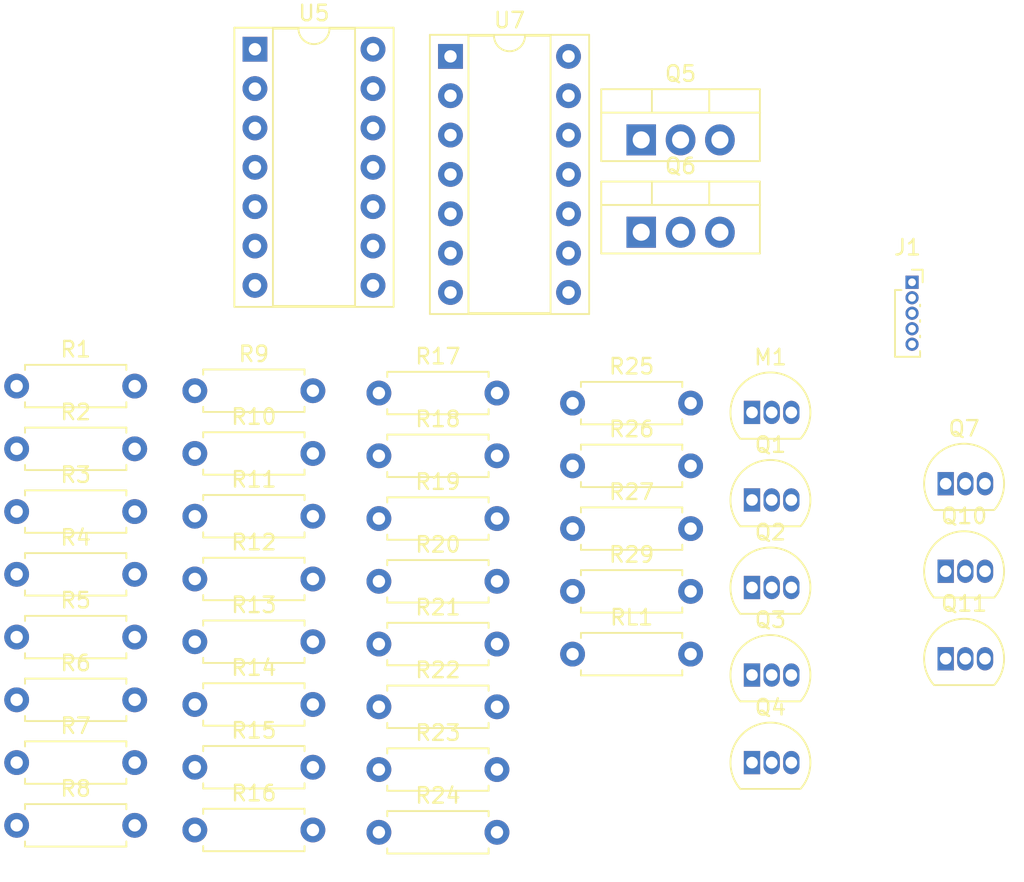
<source format=kicad_pcb>
(kicad_pcb (version 20240108) (generator "pcbnew") (generator_version "8.0")
  (layers (0 "F.Cu" signal) (31 "B.Cu" signal) (34 "B.Paste" user) (35 "F.Paste" user) (36 "B.SilkS" user "B.Silkscreen") (37 "F.SilkS" user "F.Silkscreen") (38 "B.Mask" user) (39 "F.Mask" user) (44 "Edge.Cuts" user))
  (net 0 "")
  (net 1 "0")
  (net 2 "/Vo")
  (net 3 "/Vref")
  (net 4 "/VPOSA")
  (net 5 "/Vsel")
  (net 6 "/Vreg")
  (net 7 "Net-(M1-D)")
  (net 8 "Net-(Q1-E)")
  (net 9 "Net-(Q1-B)")
  (net 10 "Net-(Q2-E)")
  (net 11 "/Vlc")
  (net 12 "Net-(Q10-C)")
  (net 13 "/Vf")
  (net 14 "Net-(Q5-B)")
  (net 15 "Net-(Q5-C)")
  (net 16 "Net-(Q7-B)")
  (net 17 "Net-(Q7-E)")
  (net 18 "Net-(Q10-B)")
  (net 19 "Net-(R1-Pad1)")
  (net 20 "Net-(R25-Pad2)")
  (net 21 "Net-(U7B-+)")
  (net 22 "/vref-c")
  (net 23 "Net-(U7B--)")
  (net 24 "Net-(R23-Pad2)")
  (net 25 "Net-(R10-Pad2)")
  (net 26 "Net-(R13-Pad1)")
  (net 27 "Net-(U5A-+)")
  (net 28 "Net-(U5A--)")
  (net 29 "Net-(U5C-+)")
  (net 30 "Net-(U5B-+)")
  (net 31 "Net-(U5B--)")
  (net 32 "Net-(U5C--)")
  (net 33 "Net-(U7A--)")
  (net 34 "Net-(U7A-+)")
  (net 35 "Net-(U5D-+)")
  (net 36 "Net-(U7D-+)")
  (net 37 "Net-(U7C-+)")
  (footprint "Resistor_THT:R_Axial_DIN0207_L6.3mm_D2.5mm_P7.62mm_Horizontal" (layer "F.Cu") (at 122.5 81.25)
    (property "Reference" "R14" (at 3.81 -2.37 0) (layer "F.SilkS"))
    (property "Value" "1.5k")
    (fp_line (start 0.54 -1.37) (end 7.08 -1.37) (stroke (width 0.12)) (layer "F.SilkS"))
    (fp_line (start 0.54 -1.04) (end 0.54 -1.37) (stroke (width 0.12)) (layer "F.SilkS"))
    (fp_line (start 0.54 1.04) (end 0.54 1.37) (stroke (width 0.12)) (layer "F.SilkS"))
    (fp_line (start 0.54 1.37) (end 7.08 1.37) (stroke (width 0.12)) (layer "F.SilkS"))
    (fp_line (start 7.08 -1.37) (end 7.08 -1.04) (stroke (width 0.12)) (layer "F.SilkS"))
    (fp_line (start 7.08 1.37) (end 7.08 1.04) (stroke (width 0.12)) (layer "F.SilkS"))
    (pad "1" thru_hole circle (at 0 0) (size 1.6 1.6) (drill 0.8) (layers "*.Cu" "*.Mask") (net 27 "Net-(U5A-+)"))
    (pad "2" thru_hole oval (at 7.62 0) (size 1.6 1.6) (drill 0.8) (layers "*.Cu" "*.Mask") (net 1 "0"))
  )
  (footprint "Package_DIP:DIP-14_W7.62mm_Socket" (layer "F.Cu") (at 139 39.42)
    (property "Reference" "U7" (at 3.81 -2.33 0) (layer "F.SilkS"))
    (property "Value" "LM324")
    (fp_line (start -1.33 -1.39) (end -1.33 16.63) (stroke (width 0.12)) (layer "F.SilkS"))
    (fp_line (start -1.33 16.63) (end 8.95 16.63) (stroke (width 0.12)) (layer "F.SilkS"))
    (fp_line (start 1.16 -1.33) (end 1.16 16.57) (stroke (width 0.12)) (layer "F.SilkS"))
    (fp_line (start 1.16 16.57) (end 6.46 16.57) (stroke (width 0.12)) (layer "F.SilkS"))
    (fp_line (start 2.81 -1.33) (end 1.16 -1.33) (stroke (width 0.12)) (layer "F.SilkS"))
    (fp_line (start 6.46 -1.33) (end 4.81 -1.33) (stroke (width 0.12)) (layer "F.SilkS"))
    (fp_line (start 6.46 16.57) (end 6.46 -1.33) (stroke (width 0.12)) (layer "F.SilkS"))
    (fp_line (start 8.95 -1.39) (end -1.33 -1.39) (stroke (width 0.12)) (layer "F.SilkS"))
    (fp_line (start 8.95 16.63) (end 8.95 -1.39) (stroke (width 0.12)) (layer "F.SilkS"))
    (fp_arc (start 4.81 -1.33) (mid 3.81 -0.33) (end 2.81 -1.33) (stroke (width 0.12)) (layer "F.SilkS"))
    (pad "1" thru_hole rect (at 0 0) (size 1.6 1.6) (drill 0.8) (layers "*.Cu" "*.Mask") (net 20 "Net-(R25-Pad2)"))
    (pad "2" thru_hole oval (at 0 2.54) (size 1.6 1.6) (drill 0.8) (layers "*.Cu" "*.Mask") (net 33 "Net-(U7A--)"))
    (pad "3" thru_hole oval (at 0 5.08) (size 1.6 1.6) (drill 0.8) (layers "*.Cu" "*.Mask") (net 34 "Net-(U7A-+)"))
    (pad "4" thru_hole oval (at 0 7.62) (size 1.6 1.6) (drill 0.8) (layers "*.Cu" "*.Mask") (net 4 "/VPOSA"))
    (pad "5" thru_hole oval (at 0 10.16) (size 1.6 1.6) (drill 0.8) (layers "*.Cu" "*.Mask") (net 21 "Net-(U7B-+)"))
    (pad "6" thru_hole oval (at 0 12.7) (size 1.6 1.6) (drill 0.8) (layers "*.Cu" "*.Mask") (net 23 "Net-(U7B--)"))
    (pad "7" thru_hole oval (at 0 15.24) (size 1.6 1.6) (drill 0.8) (layers "*.Cu" "*.Mask") (net 25 "Net-(R10-Pad2)"))
    (pad "8" thru_hole oval (at 7.62 15.24) (size 1.6 1.6) (drill 0.8) (layers "*.Cu" "*.Mask") (net 37 "Net-(U7C-+)"))
    (pad "9" thru_hole oval (at 7.62 12.7) (size 1.6 1.6) (drill 0.8) (layers "*.Cu" "*.Mask") (net 37 "Net-(U7C-+)"))
    (pad "10" thru_hole oval (at 7.62 10.16) (size 1.6 1.6) (drill 0.8) (layers "*.Cu" "*.Mask") (net 37 "Net-(U7C-+)"))
    (pad "11" thru_hole oval (at 7.62 7.62) (size 1.6 1.6) (drill 0.8) (layers "*.Cu" "*.Mask") (net 1 "0"))
    (pad "12" thru_hole oval (at 7.62 5.08) (size 1.6 1.6) (drill 0.8) (layers "*.Cu" "*.Mask") (net 36 "Net-(U7D-+)"))
    (pad "13" thru_hole oval (at 7.62 2.54) (size 1.6 1.6) (drill 0.8) (layers "*.Cu" "*.Mask") (net 36 "Net-(U7D-+)"))
    (pad "14" thru_hole oval (at 7.62 0) (size 1.6 1.6) (drill 0.8) (layers "*.Cu" "*.Mask") (net 36 "Net-(U7D-+)"))
  )
  (footprint "Resistor_THT:R_Axial_DIN0207_L6.3mm_D2.5mm_P7.62mm_Horizontal" (layer "F.Cu") (at 111 72.85)
    (property "Reference" "R4" (at 3.81 -2.37 0) (layer "F.SilkS"))
    (property "Value" "1k")
    (fp_line (start 0.54 -1.37) (end 7.08 -1.37) (stroke (width 0.12)) (layer "F.SilkS"))
    (fp_line (start 0.54 -1.04) (end 0.54 -1.37) (stroke (width 0.12)) (layer "F.SilkS"))
    (fp_line (start 0.54 1.04) (end 0.54 1.37) (stroke (width 0.12)) (layer "F.SilkS"))
    (fp_line (start 0.54 1.37) (end 7.08 1.37) (stroke (width 0.12)) (layer "F.SilkS"))
    (fp_line (start 7.08 -1.37) (end 7.08 -1.04) (stroke (width 0.12)) (layer "F.SilkS"))
    (fp_line (start 7.08 1.37) (end 7.08 1.04) (stroke (width 0.12)) (layer "F.SilkS"))
    (pad "1" thru_hole circle (at 0 0) (size 1.6 1.6) (drill 0.8) (layers "*.Cu" "*.Mask") (net 22 "/vref-c"))
    (pad "2" thru_hole oval (at 7.62 0) (size 1.6 1.6) (drill 0.8) (layers "*.Cu" "*.Mask") (net 23 "Net-(U7B--)"))
  )
  (footprint "Connector_PinSocket_1.00mm:PinSocket_1x05_P1.00mm_Vertical" (layer "F.Cu") (at 168.79 54)
    (property "Reference" "J1" (at -0.29 -2.25 0) (layer "F.SilkS"))
    (property "Value" "Conn_01x05_Socket")
    (fp_line (start -1.1 0.5) (end -1.1 4.81) (stroke (width 0.12)) (layer "F.SilkS"))
    (fp_line (start -1.1 0.5) (end -0.685 0.5) (stroke (width 0.12)) (layer "F.SilkS"))
    (fp_line (start -1.1 4.81) (end 0.52 4.81) (stroke (width 0.12)) (layer "F.SilkS"))
    (fp_line (start 0 -0.81) (end 0.685 -0.81) (stroke (width 0.12)) (layer "F.SilkS"))
    (fp_line (start 0.52 1.445898) (end 0.52 1.554102) (stroke (width 0.12)) (layer "F.SilkS"))
    (fp_line (start 0.52 2.445898) (end 0.52 2.554102) (stroke (width 0.12)) (layer "F.SilkS"))
    (fp_line (start 0.52 3.445898) (end 0.52 3.554102) (stroke (width 0.12)) (layer "F.SilkS"))
    (fp_line (start 0.52 4.445898) (end 0.52 4.81) (stroke (width 0.12)) (layer "F.SilkS"))
    (fp_line (start 0.685 -0.81) (end 0.685 0) (stroke (width 0.12)) (layer "F.SilkS"))
    (pad "1" thru_hole rect (at 0 0) (size 0.85 0.85) (drill 0.5) (layers "*.Cu" "*.Mask") (net 1 "0"))
    (pad "2" thru_hole oval (at 0 1) (size 0.85 0.85) (drill 0.5) (layers "*.Cu" "*.Mask") (net 4 "/VPOSA"))
    (pad "3" thru_hole oval (at 0 2) (size 0.85 0.85) (drill 0.5) (layers "*.Cu" "*.Mask") (net 3 "/Vref"))
    (pad "4" thru_hole oval (at 0 3) (size 0.85 0.85) (drill 0.5) (layers "*.Cu" "*.Mask") (net 6 "/Vreg"))
    (pad "5" thru_hole oval (at 0 4) (size 0.85 0.85) (drill 0.5) (layers "*.Cu" "*.Mask") (net 5 "/Vsel"))
  )
  (footprint "Resistor_THT:R_Axial_DIN0207_L6.3mm_D2.5mm_P7.62mm_Horizontal" (layer "F.Cu") (at 122.5 85.3)
    (property "Reference" "R15" (at 3.81 -2.37 0) (layer "F.SilkS"))
    (property "Value" "1.5k")
    (fp_line (start 0.54 -1.37) (end 7.08 -1.37) (stroke (width 0.12)) (layer "F.SilkS"))
    (fp_line (start 0.54 -1.04) (end 0.54 -1.37) (stroke (width 0.12)) (layer "F.SilkS"))
    (fp_line (start 0.54 1.04) (end 0.54 1.37) (stroke (width 0.12)) (layer "F.SilkS"))
    (fp_line (start 0.54 1.37) (end 7.08 1.37) (stroke (width 0.12)) (layer "F.SilkS"))
    (fp_line (start 7.08 -1.37) (end 7.08 -1.04) (stroke (width 0.12)) (layer "F.SilkS"))
    (fp_line (start 7.08 1.37) (end 7.08 1.04) (stroke (width 0.12)) (layer "F.SilkS"))
    (pad "1" thru_hole circle (at 0 0) (size 1.6 1.6) (drill 0.8) (layers "*.Cu" "*.Mask") (net 29 "Net-(U5C-+)"))
    (pad "2" thru_hole oval (at 7.62 0) (size 1.6 1.6) (drill 0.8) (layers "*.Cu" "*.Mask") (net 28 "Net-(U5A--)"))
  )
  (footprint "Package_TO_SOT_THT:TO-92L_Inline" (layer "F.Cu") (at 158.46 79.35)
    (property "Reference" "Q3" (at 1.19 -3.56 0) (layer "F.SilkS"))
    (property "Value" "BC547B")
    (fp_line (start -0.75 1.7) (end 3.1 1.7) (stroke (width 0.12)) (layer "F.SilkS"))
    (fp_arc (start -0.75 1.7) (mid 1.183448 -2.579449) (end 3.138611 1.690122) (stroke (width 0.12)) (layer "F.SilkS"))
    (pad "1" thru_hole rect (at 0 0) (size 1.05 1.5) (drill 0.75) (layers "*.Cu" "*.Mask") (net 9 "Net-(Q1-B)"))
    (pad "2" thru_hole oval (at 1.27 0) (size 1.05 1.5) (drill 0.75) (layers "*.Cu" "*.Mask") (net 3 "/Vref"))
    (pad "3" thru_hole oval (at 2.54 0) (size 1.05 1.5) (drill 0.75) (layers "*.Cu" "*.Mask") (net 12 "Net-(Q10-C)"))
  )
  (footprint "Resistor_THT:R_Axial_DIN0207_L6.3mm_D2.5mm_P7.62mm_Horizontal" (layer "F.Cu") (at 134.38 89.5)
    (property "Reference" "R24" (at 3.81 -2.37 0) (layer "F.SilkS"))
    (property "Value" "2.7k")
    (fp_line (start 0.54 -1.37) (end 7.08 -1.37) (stroke (width 0.12)) (layer "F.SilkS"))
    (fp_line (start 0.54 -1.04) (end 0.54 -1.37) (stroke (width 0.12)) (layer "F.SilkS"))
    (fp_line (start 0.54 1.04) (end 0.54 1.37) (stroke (width 0.12)) (layer "F.SilkS"))
    (fp_line (start 0.54 1.37) (end 7.08 1.37) (stroke (width 0.12)) (layer "F.SilkS"))
    (fp_line (start 7.08 -1.37) (end 7.08 -1.04) (stroke (width 0.12)) (layer "F.SilkS"))
    (fp_line (start 7.08 1.37) (end 7.08 1.04) (stroke (width 0.12)) (layer "F.SilkS"))
    (pad "1" thru_hole circle (at 0 0) (size 1.6 1.6) (drill 0.8) (layers "*.Cu" "*.Mask") (net 27 "Net-(U5A-+)"))
    (pad "2" thru_hole oval (at 7.62 0) (size 1.6 1.6) (drill 0.8) (layers "*.Cu" "*.Mask") (net 26 "Net-(R13-Pad1)"))
  )
  (footprint "Package_DIP:DIP-14_W7.62mm_Socket" (layer "F.Cu") (at 126.38 38.96)
    (property "Reference" "U5" (at 3.81 -2.33 0) (layer "F.SilkS"))
    (property "Value" "LM324")
    (fp_line (start -1.33 -1.39) (end -1.33 16.63) (stroke (width 0.12)) (layer "F.SilkS"))
    (fp_line (start -1.33 16.63) (end 8.95 16.63) (stroke (width 0.12)) (layer "F.SilkS"))
    (fp_line (start 1.16 -1.33) (end 1.16 16.57) (stroke (width 0.12)) (layer "F.SilkS"))
    (fp_line (start 1.16 16.57) (end 6.46 16.57) (stroke (width 0.12)) (layer "F.SilkS"))
    (fp_line (start 2.81 -1.33) (end 1.16 -1.33) (stroke (width 0.12)) (layer "F.SilkS"))
    (fp_line (start 6.46 -1.33) (end 4.81 -1.33) (stroke (width 0.12)) (layer "F.SilkS"))
    (fp_line (start 6.46 16.57) (end 6.46 -1.33) (stroke (width 0.12)) (layer "F.SilkS"))
    (fp_line (start 8.95 -1.39) (end -1.33 -1.39) (stroke (width 0.12)) (layer "F.SilkS"))
    (fp_line (start 8.95 16.63) (end 8.95 -1.39) (stroke (width 0.12)) (layer "F.SilkS"))
    (fp_arc (start 4.81 -1.33) (mid 3.81 -0.33) (end 2.81 -1.33) (stroke (width 0.12)) (layer "F.SilkS"))
    (pad "1" thru_hole rect (at 0 0) (size 1.6 1.6) (drill 0.8) (layers "*.Cu" "*.Mask") (net 28 "Net-(U5A--)"))
    (pad "2" thru_hole oval (at 0 2.54) (size 1.6 1.6) (drill 0.8) (layers "*.Cu" "*.Mask") (net 28 "Net-(U5A--)"))
    (pad "3" thru_hole oval (at 0 5.08) (size 1.6 1.6) (drill 0.8) (layers "*.Cu" "*.Mask") (net 27 "Net-(U5A-+)"))
    (pad "4" thru_hole oval (at 0 7.62) (size 1.6 1.6) (drill 0.8) (layers "*.Cu" "*.Mask") (net 4 "/VPOSA"))
    (pad "5" thru_hole oval (at 0 10.16) (size 1.6 1.6) (drill 0.8) (layers "*.Cu" "*.Mask") (net 30 "Net-(U5B-+)"))
    (pad "6" thru_hole oval (at 0 12.7) (size 1.6 1.6) (drill 0.8) (layers "*.Cu" "*.Mask") (net 31 "Net-(U5B--)"))
    (pad "7" thru_hole oval (at 0 15.24) (size 1.6 1.6) (drill 0.8) (layers "*.Cu" "*.Mask") (net 31 "Net-(U5B--)"))
    (pad "8" thru_hole oval (at 7.62 15.24) (size 1.6 1.6) (drill 0.8) (layers "*.Cu" "*.Mask") (net 22 "/vref-c"))
    (pad "9" thru_hole oval (at 7.62 12.7) (size 1.6 1.6) (drill 0.8) (layers "*.Cu" "*.Mask") (net 32 "Net-(U5C--)"))
    (pad "10" thru_hole oval (at 7.62 10.16) (size 1.6 1.6) (drill 0.8) (layers "*.Cu" "*.Mask") (net 29 "Net-(U5C-+)"))
    (pad "11" thru_hole oval (at 7.62 7.62) (size 1.6 1.6) (drill 0.8) (layers "*.Cu" "*.Mask") (net 1 "0"))
    (pad "12" thru_hole oval (at 7.62 5.08) (size 1.6 1.6) (drill 0.8) (layers "*.Cu" "*.Mask") (net 35 "Net-(U5D-+)"))
    (pad "13" thru_hole oval (at 7.62 2.54) (size 1.6 1.6) (drill 0.8) (layers "*.Cu" "*.Mask") (net 35 "Net-(U5D-+)"))
    (pad "14" thru_hole oval (at 7.62 0) (size 1.6 1.6) (drill 0.8) (layers "*.Cu" "*.Mask") (net 35 "Net-(U5D-+)"))
  )
  (footprint "Resistor_THT:R_Axial_DIN0207_L6.3mm_D2.5mm_P7.62mm_Horizontal" (layer "F.Cu") (at 134.38 77.35)
    (property "Reference" "R21" (at 3.81 -2.37 0) (layer "F.SilkS"))
    (property "Value" "680")
    (fp_line (start 0.54 -1.37) (end 7.08 -1.37) (stroke (width 0.12)) (layer "F.SilkS"))
    (fp_line (start 0.54 -1.04) (end 0.54 -1.37) (stroke (width 0.12)) (layer "F.SilkS"))
    (fp_line (start 0.54 1.04) (end 0.54 1.37) (stroke (width 0.12)) (layer "F.SilkS"))
    (fp_line (start 0.54 1.37) (end 7.08 1.37) (stroke (width 0.12)) (layer "F.SilkS"))
    (fp_line (start 7.08 -1.37) (end 7.08 -1.04) (stroke (width 0.12)) (layer "F.SilkS"))
    (fp_line (start 7.08 1.37) (end 7.08 1.04) (stroke (width 0.12)) (layer "F.SilkS"))
    (pad "1" thru_hole circle (at 0 0) (size 1.6 1.6) (drill 0.8) (layers "*.Cu" "*.Mask") (net 7 "Net-(M1-D)"))
    (pad "2" thru_hole oval (at 7.62 0) (size 1.6 1.6) (drill 0.8) (layers "*.Cu" "*.Mask") (net 19 "Net-(R1-Pad1)"))
  )
  (footprint "Resistor_THT:R_Axial_DIN0207_L6.3mm_D2.5mm_P7.62mm_Horizontal" (layer "F.Cu") (at 111 60.7)
    (property "Reference" "R1" (at 3.81 -2.37 0) (layer "F.SilkS"))
    (property "Value" "270")
    (fp_line (start 0.54 -1.37) (end 7.08 -1.37) (stroke (width 0.12)) (layer "F.SilkS"))
    (fp_line (start 0.54 -1.04) (end 0.54 -1.37) (stroke (width 0.12)) (layer "F.SilkS"))
    (fp_line (start 0.54 1.04) (end 0.54 1.37) (stroke (width 0.12)) (layer "F.SilkS"))
    (fp_line (start 0.54 1.37) (end 7.08 1.37) (stroke (width 0.12)) (layer "F.SilkS"))
    (fp_line (start 7.08 -1.37) (end 7.08 -1.04) (stroke (width 0.12)) (layer "F.SilkS"))
    (fp_line (start 7.08 1.37) (end 7.08 1.04) (stroke (width 0.12)) (layer "F.SilkS"))
    (pad "1" thru_hole circle (at 0 0) (size 1.6 1.6) (drill 0.8) (layers "*.Cu" "*.Mask") (net 19 "Net-(R1-Pad1)"))
    (pad "2" thru_hole oval (at 7.62 0) (size 1.6 1.6) (drill 0.8) (layers "*.Cu" "*.Mask") (net 1 "0"))
  )
  (footprint "Package_TO_SOT_THT:TO-92L_Inline" (layer "F.Cu") (at 170.96 67)
    (property "Reference" "Q7" (at 1.19 -3.56 0) (layer "F.SilkS"))
    (property "Value" "BC547B")
    (fp_line (start -0.75 1.7) (end 3.1 1.7) (stroke (width 0.12)) (layer "F.SilkS"))
    (fp_arc (start -0.75 1.7) (mid 1.183448 -2.579449) (end 3.138611 1.690122) (stroke (width 0.12)) (layer "F.SilkS"))
    (pad "1" thru_hole rect (at 0 0) (size 1.05 1.5) (drill 0.75) (layers "*.Cu" "*.Mask") (net 11 "/Vlc"))
    (pad "2" thru_hole oval (at 1.27 0) (size 1.05 1.5) (drill 0.75) (layers "*.Cu" "*.Mask") (net 16 "Net-(Q7-B)"))
    (pad "3" thru_hole oval (at 2.54 0) (size 1.05 1.5) (drill 0.75) (layers "*.Cu" "*.Mask") (net 17 "Net-(Q7-E)"))
  )
  (footprint "Resistor_THT:R_Axial_DIN0207_L6.3mm_D2.5mm_P7.62mm_Horizontal" (layer "F.Cu") (at 134.38 81.4)
    (property "Reference" "R22" (at 3.81 -2.37 0) (layer "F.SilkS"))
    (property "Value" "3.3k")
    (fp_line (start 0.54 -1.37) (end 7.08 -1.37) (stroke (width 0.12)) (layer "F.SilkS"))
    (fp_line (start 0.54 -1.04) (end 0.54 -1.37) (stroke (width 0.12)) (layer "F.SilkS"))
    (fp_line (start 0.54 1.04) (end 0.54 1.37) (stroke (width 0.12)) (layer "F.SilkS"))
    (fp_line (start 0.54 1.37) (end 7.08 1.37) (stroke (width 0.12)) (layer "F.SilkS"))
    (fp_line (start 7.08 -1.37) (end 7.08 -1.04) (stroke (width 0.12)) (layer "F.SilkS"))
    (fp_line (start 7.08 1.37) (end 7.08 1.04) (stroke (width 0.12)) (layer "F.SilkS"))
    (pad "1" thru_hole circle (at 0 0) (size 1.6 1.6) (drill 0.8) (layers "*.Cu" "*.Mask") (net 6 "/Vreg"))
    (pad "2" thru_hole oval (at 7.62 0) (size 1.6 1.6) (drill 0.8) (layers "*.Cu" "*.Mask") (net 18 "Net-(Q10-B)"))
  )
  (footprint "Resistor_THT:R_Axial_DIN0207_L6.3mm_D2.5mm_P7.62mm_Horizontal" (layer "F.Cu") (at 122.5 89.35)
    (property "Reference" "R16" (at 3.81 -2.37 0) (layer "F.SilkS"))
    (property "Value" "8.2k")
    (fp_line (start 0.54 -1.37) (end 7.08 -1.37) (stroke (width 0.12)) (layer "F.SilkS"))
    (fp_line (start 0.54 -1.04) (end 0.54 -1.37) (stroke (width 0.12)) (layer "F.SilkS"))
    (fp_line (start 0.54 1.04) (end 0.54 1.37) (stroke (width 0.12)) (layer "F.SilkS"))
    (fp_line (start 0.54 1.37) (end 7.08 1.37) (stroke (width 0.12)) (layer "F.SilkS"))
    (fp_line (start 7.08 -1.37) (end 7.08 -1.04) (stroke (width 0.12)) (layer "F.SilkS"))
    (fp_line (start 7.08 1.37) (end 7.08 1.04) (stroke (width 0.12)) (layer "F.SilkS"))
    (pad "1" thru_hole circle (at 0 0) (size 1.6 1.6) (drill 0.8) (layers "*.Cu" "*.Mask") (net 30 "Net-(U5B-+)"))
    (pad "2" thru_hole oval (at 7.62 0) (size 1.6 1.6) (drill 0.8) (layers "*.Cu" "*.Mask") (net 13 "/Vf"))
  )
  (footprint "Resistor_THT:R_Axial_DIN0207_L6.3mm_D2.5mm_P7.62mm_Horizontal" (layer "F.Cu") (at 122.5 77.2)
    (property "Reference" "R13" (at 3.81 -2.37 0) (layer "F.SilkS"))
    (property "Value" "4.7k")
    (fp_line (start 0.54 -1.37) (end 7.08 -1.37) (stroke (width 0.12)) (layer "F.SilkS"))
    (fp_line (start 0.54 -1.04) (end 0.54 -1.37) (stroke (width 0.12)) (layer "F.SilkS"))
    (fp_line (start 0.54 1.04) (end 0.54 1.37) (stroke (width 0.12)) (layer "F.SilkS"))
    (fp_line (start 0.54 1.37) (end 7.08 1.37) (stroke (width 0.12)) (layer "F.SilkS"))
    (fp_line (start 7.08 -1.37) (end 7.08 -1.04) (stroke (width 0.12)) (layer "F.SilkS"))
    (fp_line (start 7.08 1.37) (end 7.08 1.04) (stroke (width 0.12)) (layer "F.SilkS"))
    (pad "1" thru_hole circle (at 0 0) (size 1.6 1.6) (drill 0.8) (layers "*.Cu" "*.Mask") (net 26 "Net-(R13-Pad1)"))
    (pad "2" thru_hole oval (at 7.62 0) (size 1.6 1.6) (drill 0.8) (layers "*.Cu" "*.Mask") (net 3 "/Vref"))
  )
  (footprint "Resistor_THT:R_Axial_DIN0207_L6.3mm_D2.5mm_P7.62mm_Horizontal" (layer "F.Cu") (at 122.5 61)
    (property "Reference" "R9" (at 3.81 -2.37 0) (layer "F.SilkS"))
    (property "Value" "470")
    (fp_line (start 0.54 -1.37) (end 7.08 -1.37) (stroke (width 0.12)) (layer "F.SilkS"))
    (fp_line (start 0.54 -1.04) (end 0.54 -1.37) (stroke (width 0.12)) (layer "F.SilkS"))
    (fp_line (start 0.54 1.04) (end 0.54 1.37) (stroke (width 0.12)) (layer "F.SilkS"))
    (fp_line (start 0.54 1.37) (end 7.08 1.37) (stroke (width 0.12)) (layer "F.SilkS"))
    (fp_line (start 7.08 -1.37) (end 7.08 -1.04) (stroke (width 0.12)) (layer "F.SilkS"))
    (fp_line (start 7.08 1.37) (end 7.08 1.04) (stroke (width 0.12)) (layer "F.SilkS"))
    (pad "1" thru_hole circle (at 0 0) (size 1.6 1.6) (drill 0.8) (layers "*.Cu" "*.Mask") (net 6 "/Vreg"))
    (pad "2" thru_hole oval (at 7.62 0) (size 1.6 1.6) (drill 0.8) (layers "*.Cu" "*.Mask") (net 10 "Net-(Q2-E)"))
  )
  (footprint "Package_TO_SOT_THT:TO-92L_Inline" (layer "F.Cu") (at 158.46 68.05)
    (property "Reference" "Q1" (at 1.19 -3.56 0) (layer "F.SilkS"))
    (property "Value" "BC557B")
    (fp_line (start -0.75 1.7) (end 3.1 1.7) (stroke (width 0.12)) (layer "F.SilkS"))
    (fp_arc (start -0.75 1.7) (mid 1.183448 -2.579449) (end 3.138611 1.690122) (stroke (width 0.12)) (layer "F.SilkS"))
    (pad "1" thru_hole rect (at 0 0) (size 1.05 1.5) (drill 0.75) (layers "*.Cu" "*.Mask") (net 9 "Net-(Q1-B)"))
    (pad "2" thru_hole oval (at 1.27 0) (size 1.05 1.5) (drill 0.75) (layers "*.Cu" "*.Mask") (net 9 "Net-(Q1-B)"))
    (pad "3" thru_hole oval (at 2.54 0) (size 1.05 1.5) (drill 0.75) (layers "*.Cu" "*.Mask") (net 8 "Net-(Q1-E)"))
  )
  (footprint "Resistor_THT:R_Axial_DIN0207_L6.3mm_D2.5mm_P7.62mm_Horizontal" (layer "F.Cu") (at 146.88 65.85)
    (property "Reference" "R26" (at 3.81 -2.37 0) (layer "F.SilkS"))
    (property "Value" "1k")
    (fp_line (start 0.54 -1.37) (end 7.08 -1.37) (stroke (width 0.12)) (layer "F.SilkS"))
    (fp_line (start 0.54 -1.04) (end 0.54 -1.37) (stroke (width 0.12)) (layer "F.SilkS"))
    (fp_line (start 0.54 1.04) (end 0.54 1.37) (stroke (width 0.12)) (layer "F.SilkS"))
    (fp_line (start 0.54 1.37) (end 7.08 1.37) (stroke (width 0.12)) (layer "F.SilkS"))
    (fp_line (start 7.08 -1.37) (end 7.08 -1.04) (stroke (width 0.12)) (layer "F.SilkS"))
    (fp_line (start 7.08 1.37) (end 7.08 1.04) (stroke (width 0.12)) (layer "F.SilkS"))
    (pad "1" thru_hole circle (at 0 0) (size 1.6 1.6) (drill 0.8) (layers "*.Cu" "*.Mask") (net 15 "Net-(Q5-C)"))
    (pad "2" thru_hole oval (at 7.62 0) (size 1.6 1.6) (drill 0.8) (layers "*.Cu" "*.Mask") (net 34 "Net-(U7A-+)"))
  )
  (footprint "Resistor_THT:R_Axial_DIN0207_L6.3mm_D2.5mm_P7.62mm_Horizontal" (layer "F.Cu") (at 111 85)
    (property "Reference" "R7" (at 3.81 -2.37 0) (layer "F.SilkS"))
    (property "Value" "100k")
    (fp_line (start 0.54 -1.37) (end 7.08 -1.37) (stroke (width 0.12)) (layer "F.SilkS"))
    (fp_line (start 0.54 -1.04) (end 0.54 -1.37) (stroke (width 0.12)) (layer "F.SilkS"))
    (fp_line (start 0.54 1.04) (end 0.54 1.37) (stroke (width 0.12)) (layer "F.SilkS"))
    (fp_line (start 0.54 1.37) (end 7.08 1.37) (stroke (width 0.12)) (layer "F.SilkS"))
    (fp_line (start 7.08 -1.37) (end 7.08 -1.04) (stroke (width 0.12)) (layer "F.SilkS"))
    (fp_line (start 7.08 1.37) (end 7.08 1.04) (stroke (width 0.12)) (layer "F.SilkS"))
    (pad "1" thru_hole circle (at 0 0) (size 1.6 1.6) (drill 0.8) (layers "*.Cu" "*.Mask") (net 21 "Net-(U7B-+)"))
    (pad "2" thru_hole oval (at 7.62 0) (size 1.6 1.6) (drill 0.8) (layers "*.Cu" "*.Mask") (net 1 "0"))
  )
  (footprint "Package_TO_SOT_THT:TO-92L_Inline" (layer "F.Cu") (at 170.96 78.3)
    (property "Reference" "Q11" (at 1.19 -3.56 0) (layer "F.SilkS"))
    (property "Value" "BC547B")
    (fp_line (start -0.75 1.7) (end 3.1 1.7) (stroke (width 0.12)) (layer "F.SilkS"))
    (fp_arc (start -0.75 1.7) (mid 1.183448 -2.579449) (end 3.138611 1.690122) (stroke (width 0.12)) (layer "F.SilkS"))
    (pad "1" thru_hole rect (at 0 0) (size 1.05 1.5) (drill 0.75) (layers "*.Cu" "*.Mask") (net 18 "Net-(Q10-B)"))
    (pad "2" thru_hole oval (at 1.27 0) (size 1.05 1.5) (drill 0.75) (layers "*.Cu" "*.Mask") (net 18 "Net-(Q10-B)"))
    (pad "3" thru_hole oval (at 2.54 0) (size 1.05 1.5) (drill 0.75) (layers "*.Cu" "*.Mask") (net 1 "0"))
  )
  (footprint "Resistor_THT:R_Axial_DIN0207_L6.3mm_D2.5mm_P7.62mm_Horizontal" (layer "F.Cu") (at 134.38 61.15)
    (property "Reference" "R17" (at 3.81 -2.37 0) (layer "F.SilkS"))
    (property "Value" "6.8k")
    (fp_line (start 0.54 -1.37) (end 7.08 -1.37) (stroke (width 0.12)) (layer "F.SilkS"))
    (fp_line (start 0.54 -1.04) (end 0.54 -1.37) (stroke (width 0.12)) (layer "F.SilkS"))
    (fp_line (start 0.54 1.04) (end 0.54 1.37) (stroke (width 0.12)) (layer "F.SilkS"))
    (fp_line (start 0.54 1.37) (end 7.08 1.37) (stroke (width 0.12)) (layer "F.SilkS"))
    (fp_line (start 7.08 -1.37) (end 7.08 -1.04) (stroke (width 0.12)) (layer "F.SilkS"))
    (fp_line (start 7.08 1.37) (end 7.08 1.04) (stroke (width 0.12)) (layer "F.SilkS"))
    (pad "1" thru_hole circle (at 0 0) (size 1.6 1.6) (drill 0.8) (layers "*.Cu" "*.Mask") (net 30 "Net-(U5B-+)"))
    (pad "2" thru_hole oval (at 7.62 0) (size 1.6 1.6) (drill 0.8) (layers "*.Cu" "*.Mask") (net 1 "0"))
  )
  (footprint "Package_TO_SOT_THT:TO-92L_Inline" (layer "F.Cu") (at 158.46 85)
    (property "Reference" "Q4" (at 1.19 -3.56 0) (layer "F.SilkS"))
    (property "Value" "BC547B")
    (fp_line (start -0.75 1.7) (end 3.1 1.7) (stroke (width 0.12)) (layer "F.SilkS"))
    (fp_arc (start -0.75 1.7) (mid 1.183448 -2.579449) (end 3.138611 1.690122) (stroke (width 0.12)) (layer "F.SilkS"))
    (pad "1" thru_hole rect (at 0 0) (size 1.05 1.5) (drill 0.75) (layers "*.Cu" "*.Mask") (net 11 "/Vlc"))
    (pad "2" thru_hole oval (at 1.27 0) (size 1.05 1.5) (drill 0.75) (layers "*.Cu" "*.Mask") (net 13 "/Vf"))
    (pad "3" thru_hole oval (at 2.54 0) (size 1.05 1.5) (drill 0.75) (layers "*.Cu" "*.Mask") (net 12 "Net-(Q10-C)"))
  )
  (footprint "Resistor_THT:R_Axial_DIN0207_L6.3mm_D2.5mm_P7.62mm_Horizontal" (layer "F.Cu") (at 146.88 78)
    (property "Reference" "RL1" (at 3.81 -2.37 0) (layer "F.SilkS"))
    (property "Value" "RL")
    (fp_line (start 0.54 -1.37) (end 7.08 -1.37) (stroke (width 0.12)) (layer "F.SilkS"))
    (fp_line (start 0.54 -1.04) (end 0.54 -1.37) (stroke (width 0.12)) (layer "F.SilkS"))
    (fp_line (start 0.54 1.04) (end 0.54 1.37) (stroke (width 0.12)) (layer "F.SilkS"))
    (fp_line (start 0.54 1.37) (end 7.08 1.37) (stroke (width 0.12)) (layer "F.SilkS"))
    (fp_line (start 7.08 -1.37) (end 7.08 -1.04) (stroke (width 0.12)) (layer "F.SilkS"))
    (fp_line (start 7.08 1.37) (end 7.08 1.04) (stroke (width 0.12)) (layer "F.SilkS"))
    (pad "1" thru_hole circle (at 0 0) (size 1.6 1.6) (drill 0.8) (layers "*.Cu" "*.Mask") (net 2 "/Vo"))
    (pad "2" thru_hole oval (at 7.62 0) (size 1.6 1.6) (drill 0.8) (layers "*.Cu" "*.Mask") (net 1 "0"))
  )
  (footprint "Resistor_THT:R_Axial_DIN0207_L6.3mm_D2.5mm_P7.62mm_Horizontal" (layer "F.Cu") (at 122.5 73.15)
    (property "Reference" "R12" (at 3.81 -2.37 0) (layer "F.SilkS"))
    (property "Value" "100")
    (fp_line (start 0.54 -1.37) (end 7.08 -1.37) (stroke (width 0.12)) (layer "F.SilkS"))
    (fp_line (start 0.54 -1.04) (end 0.54 -1.37) (stroke (width 0.12)) (layer "F.SilkS"))
    (fp_line (start 0.54 1.04) (end 0.54 1.37) (stroke (width 0.12)) (layer "F.SilkS"))
    (fp_line (start 0.54 1.37) (end 7.08 1.37) (stroke (width 0.12)) (layer "F.SilkS"))
    (fp_line (start 7.08 -1.37) (end 7.08 -1.04) (stroke (width 0.12)) (layer "F.SilkS"))
    (fp_line (start 7.08 1.37) (end 7.08 1.04) (stroke (width 0.12)) (layer "F.SilkS"))
    (pad "1" thru_hole circle (at 0 0) (size 1.6 1.6) (drill 0.8) (layers "*.Cu" "*.Mask") (net 17 "Net-(Q7-E)"))
    (pad "2" thru_hole oval (at 7.62 0) (size 1.6 1.6) (drill 0.8) (layers "*.Cu" "*.Mask") (net 1 "0"))
  )
  (footprint "Resistor_THT:R_Axial_DIN0207_L6.3mm_D2.5mm_P7.62mm_Horizontal" (layer "F.Cu") (at 111 89.05)
    (property "Reference" "R8" (at 3.81 -2.37 0) (layer "F.SilkS"))
    (property "Value" "470")
    (fp_line (start 0.54 -1.37) (end 7.08 -1.37) (stroke (width 0.12)) (layer "F.SilkS"))
    (fp_line (start 0.54 -1.04) (end 0.54 -1.37) (stroke (width 0.12)) (layer "F.SilkS"))
    (fp_line (start 0.54 1.04) (end 0.54 1.37) (stroke (width 0.12)) (layer "F.SilkS"))
    (fp_line (start 0.54 1.37) (end 7.08 1.37) (stroke (width 0.12)) (layer "F.SilkS"))
    (fp_line (start 7.08 -1.37) (end 7.08 -1.04) (stroke (width 0.12)) (layer "F.SilkS"))
    (fp_line (start 7.08 1.37) (end 7.08 1.04) (stroke (width 0.12)) (layer "F.SilkS"))
    (pad "1" thru_hole circle (at 0 0) (size 1.6 1.6) (drill 0.8) (layers "*.Cu" "*.Mask") (net 6 "/Vreg"))
    (pad "2" thru_hole oval (at 7.62 0) (size 1.6 1.6) (drill 0.8) (layers "*.Cu" "*.Mask") (net 8 "Net-(Q1-E)"))
  )
  (footprint "Resistor_THT:R_Axial_DIN0207_L6.3mm_D2.5mm_P7.62mm_Horizontal" (layer "F.Cu") (at 122.5 65.05)
    (property "Reference" "R10" (at 3.81 -2.37 0) (layer "F.SilkS"))
    (property "Value" "100k")
    (fp_line (start 0.54 -1.37) (end 7.08 -1.37) (stroke (width 0.12)) (layer "F.SilkS"))
    (fp_line (start 0.54 -1.04) (end 0.54 -1.37) (stroke (width 0.12)) (layer "F.SilkS"))
    (fp_line (start 0.54 1.04) (end 0.54 1.37) (stroke (width 0.12)) (layer "F.SilkS"))
    (fp_line (start 0.54 1.37) (end 7.08 1.37) (stroke (width 0.12)) (layer "F.SilkS"))
    (fp_line (start 7.08 -1.37) (end 7.08 -1.04) (stroke (width 0.12)) (layer "F.SilkS"))
    (fp_line (start 7.08 1.37) (end 7.08 1.04) (stroke (width 0.12)) (layer "F.SilkS"))
    (pad "1" thru_hole circle (at 0 0) (size 1.6 1.6) (drill 0.8) (layers "*.Cu" "*.Mask") (net 23 "Net-(U7B--)"))
    (pad "2" thru_hole oval (at 7.62 0) (size 1.6 1.6) (drill 0.8) (layers "*.Cu" "*.Mask") (net 25 "Net-(R10-Pad2)"))
  )
  (footprint "Resistor_THT:R_Axial_DIN0207_L6.3mm_D2.5mm_P7.62mm_Horizontal" (layer "F.Cu") (at 134.38 65.2)
    (property "Reference" "R18" (at 3.81 -2.37 0) (layer "F.SilkS"))
    (property "Value" "1.5k")
    (fp_line (start 0.54 -1.37) (end 7.08 -1.37) (stroke (width 0.12)) (layer "F.SilkS"))
    (fp_line (start 0.54 -1.04) (end 0.54 -1.37) (stroke (width 0.12)) (layer "F.SilkS"))
    (fp_line (start 0.54 1.04) (end 0.54 1.37) (stroke (width 0.12)) (layer "F.SilkS"))
    (fp_line (start 0.54 1.37) (end 7.08 1.37) (stroke (width 0.12)) (layer "F.SilkS"))
    (fp_line (start 7.08 -1.37) (end 7.08 -1.04) (stroke (width 0.12)) (layer "F.SilkS"))
    (fp_line (start 7.08 1.37) (end 7.08 1.04) (stroke (width 0.12)) (layer "F.SilkS"))
    (pad "1" thru_hole circle (at 0 0) (size 1.6 1.6) (drill 0.8) (layers "*.Cu" "*.Mask") (net 29 "Net-(U5C-+)"))
    (pad "2" thru_hole oval (at 7.62 0) (size 1.6 1.6) (drill 0.8) (layers "*.Cu" "*.Mask") (net 31 "Net-(U5B--)"))
  )
  (footprint "Resistor_THT:R_Axial_DIN0207_L6.3mm_D2.5mm_P7.62mm_Horizontal" (layer "F.Cu") (at 111 64.75)
    (property "Reference" "R2" (at 3.81 -2.37 0) (layer "F.SilkS"))
    (property "Value" "0.1")
    (fp_line (start 0.54 -1.37) (end 7.08 -1.37) (stroke (width 0.12)) (layer "F.SilkS"))
    (fp_line (start 0.54 -1.04) (end 0.54 -1.37) (stroke (width 0.12)) (layer "F.SilkS"))
    (fp_line (start 0.54 1.04) (end 0.54 1.37) (stroke (width 0.12)) (layer "F.SilkS"))
    (fp_line (start 0.54 1.37) (end 7.08 1.37) (stroke (width 0.12)) (layer "F.SilkS"))
    (fp_line (start 7.08 -1.37) (end 7.08 -1.04) (stroke (width 0.12)) (layer "F.SilkS"))
    (fp_line (start 7.08 1.37) (end 7.08 1.04) (stroke (width 0.12)) (layer "F.SilkS"))
    (pad "1" thru_hole circle (at 0 0) (size 1.6 1.6) (drill 0.8) (layers "*.Cu" "*.Mask") (net 2 "/Vo"))
    (pad "2" thru_hole oval (at 7.62 0) (size 1.6 1.6) (drill 0.8) (layers "*.Cu" "*.Mask") (net 15 "Net-(Q5-C)"))
  )
  (footprint "Resistor_THT:R_Axial_DIN0207_L6.3mm_D2.5mm_P7.62mm_Horizontal" (layer "F.Cu") (at 134.38 85.45)
    (property "Reference" "R23" (at 3.81 -2.37 0) (layer "F.SilkS"))
    (property "Value" "2.7k")
    (fp_line (start 0.54 -1.37) (end 7.08 -1.37) (stroke (width 0.12)) (layer "F.SilkS"))
    (fp_line (start 0.54 -1.04) (end 0.54 -1.37) (stroke (width 0.12)) (layer "F.SilkS"))
    (fp_line (start 0.54 1.04) (end 0.54 1.37) (stroke (width 0.12)) (layer "F.SilkS"))
    (fp_line (start 0.54 1.37) (end 7.08 1.37) (stroke (width 0.12)) (layer "F.SilkS"))
    (fp_line (start 7.08 -1.37) (end 7.08 -1.04) (stroke (width 0.12)) (layer "F.SilkS"))
    (fp_line (start 7.08 1.37) (end 7.08 1.04) (stroke (width 0.12)) (layer "F.SilkS"))
    (pad "1" thru_hole circle (at 0 0) (size 1.6 1.6) (drill 0.8) (layers "*.Cu" "*.Mask") (net 15 "Net-(Q5-C)"))
    (pad "2" thru_hole oval (at 7.62 0) (size 1.6 1.6) (drill 0.8) (layers "*.Cu" "*.Mask") (net 24 "Net-(R23-Pad2)"))
  )
  (footprint "Resistor_THT:R_Axial_DIN0207_L6.3mm_D2.5mm_P7.62mm_Horizontal" (layer "F.Cu") (at 146.88 69.9)
    (property "Reference" "R27" (at 3.81 -2.37 0) (layer "F.SilkS"))
    (property "Value" "1k")
    (fp_line (start 0.54 -1.37) (end 7.08 -1.37) (stroke (width 0.12)) (layer "F.SilkS"))
    (fp_line (start 0.54 -1.04) (end 0.54 -1.37) (stroke (width 0.12)) (layer "F.SilkS"))
    (fp_line (start 0.54 1.04) (end 0.54 1.37) (stroke (width 0.12)) (layer "F.SilkS"))
    (fp_line (start 0.54 1.37) (end 7.08 1.37) (stroke (width 0.12)) (layer "F.SilkS"))
    (fp_line (start 7.08 -1.37) (end 7.08 -1.04) (stroke (width 0.12)) (layer "F.SilkS"))
    (fp_line (start 7.08 1.37) (end 7.08 1.04) (stroke (width 0.12)) (layer "F.SilkS"))
    (pad "1" thru_hole circle (at 0 0) (size 1.6 1.6) (drill 0.8) (layers "*.Cu" "*.Mask") (net 2 "/Vo"))
    (pad "2" thru_hole oval (at 7.62 0) (size 1.6 1.6) (drill 0.8) (layers "*.Cu" "*.Mask") (net 33 "Net-(U7A--)"))
  )
  (footprint "Resistor_THT:R_Axial_DIN0207_L6.3mm_D2.5mm_P7.62mm_Horizontal" (layer "F.Cu") (at 146.88 61.8)
    (property "Reference" "R25" (at 3.81 -2.37 0) (layer "F.SilkS"))
    (property "Value" "10k")
    (fp_line (start 0.54 -1.37) (end 7.08 -1.37) (stroke (width 0.12)) (layer "F.SilkS"))
    (fp_line (start 0.54 -1.04) (end 0.54 -1.37) (stroke (width 0.12)) (layer "F.SilkS"))
    (fp_line (start 0.54 1.04) (end 0.54 1.37) (stroke (width 0.12)) (layer "F.SilkS"))
    (fp_line (start 0.54 1.37) (end 7.08 1.37) (stroke (width 0.12)) (layer "F.SilkS"))
    (fp_line (start 7.08 -1.37) (end 7.08 -1.04) (stroke (width 0.12)) (layer "F.SilkS"))
    (fp_line (start 7.08 1.37) (end 7.08 1.04) (stroke (width 0.12)) (layer "F.SilkS"))
    (pad "1" thru_hole circle (at 0 0) (size 1.6 1.6) (drill 0.8) (layers "*.Cu" "*.Mask") (net 33 "Net-(U7A--)"))
    (pad "2" thru_hole oval (at 7.62 0) (size 1.6 1.6) (drill 0.8) (layers "*.Cu" "*.Mask") (net 20 "Net-(R25-Pad2)"))
  )
  (footprint "Package_TO_SOT_THT:TO-92L_Inline" (layer "F.Cu") (at 158.46 62.4)
    (property "Reference" "M1" (at 1.19 -3.56 0) (layer "F.SilkS"))
    (property "Value" "2N7000")
    (fp_line (start -0.75 1.7) (end 3.1 1.7) (stroke (width 0.12)) (layer "F.SilkS"))
    (fp_arc (start -0.75 1.7) (mid 1.183448 -2.579449) (end 3.138611 1.690122) (stroke (width 0.12)) (layer "F.SilkS"))
    (pad "1" thru_hole rect (at 0 0) (size 1.05 1.5) (drill 0.75) (layers "*.Cu" "*.Mask") (net 7 "Net-(M1-D)"))
    (pad "2" thru_hole oval (at 1.27 0) (size 1.05 1.5) (drill 0.75) (layers "*.Cu" "*.Mask") (net 5 "/Vsel"))
    (pad "3" thru_hole oval (at 2.54 0) (size 1.05 1.5) (drill 0.75) (layers "*.Cu" "*.Mask") (net 1 "0"))
  )
  (footprint "Resistor_THT:R_Axial_DIN0207_L6.3mm_D2.5mm_P7.62mm_Horizontal" (layer "F.Cu") (at 111 80.95)
    (property "Reference" "R6" (at 3.81 -2.37 0) (layer "F.SilkS"))
    (property "Value" "1K")
    (fp_line (start 0.54 -1.37) (end 7.08 -1.37) (stroke (width 0.12)) (layer "F.SilkS"))
    (fp_line (start 0.54 -1.04) (end 0.54 -1.37) (stroke (width 0.12)) (layer "F.SilkS"))
    (fp_line (start 0.54 1.04) (end 0.54 1.37) (stroke (width 0.12)) (layer "F.SilkS"))
    (fp_line (start 0.54 1.37) (end 7.08 1.37) (stroke (width 0.12)) (layer "F.SilkS"))
    (fp_line (start 7.08 -1.37) (end 7.08 -1.04) (stroke (width 0.12)) (layer "F.SilkS"))
    (fp_line (start 7.08 1.37) (end 7.08 1.04) (stroke (width 0.12)) (layer "F.SilkS"))
    (pad "1" thru_hole circle (at 0 0) (size 1.6 1.6) (drill 0.8) (layers "*.Cu" "*.Mask") (net 13 "/Vf"))
    (pad "2" thru_hole oval (at 7.62 0) (size 1.6 1.6) (drill 0.8) (layers "*.Cu" "*.Mask") (net 7 "Net-(M1-D)"))
  )
  (footprint "Resistor_THT:R_Axial_DIN0207_L6.3mm_D2.5mm_P7.62mm_Horizontal" (layer "F.Cu") (at 111 76.9)
    (property "Reference" "R5" (at 3.81 -2.37 0) (layer "F.SilkS"))
    (property "Value" "390")
    (fp_line (start 0.54 -1.37) (end 7.08 -1.37) (stroke (width 0.12)) (layer "F.SilkS"))
    (fp_line (start 0.54 -1.04) (end 0.54 -1.37) (stroke (width 0.12)) (layer "F.SilkS"))
    (fp_line (start 0.54 1.04) (end 0.54 1.37) (stroke (width 0.12)) (layer "F.SilkS"))
    (fp_line (start 0.54 1.37) (end 7.08 1.37) (stroke (width 0.12)) (layer "F.SilkS"))
    (fp_line (start 7.08 -1.37) (end 7.08 -1.04) (stroke (width 0.12)) (layer "F.SilkS"))
    (fp_line (start 7.08 1.37) (end 7.08 1.04) (stroke (width 0.12)) (layer "F.SilkS"))
    (pad "1" thru_hole circle (at 0 0) (size 1.6 1.6) (drill 0.8) (layers "*.Cu" "*.Mask") (net 24 "Net-(R23-Pad2)"))
    (pad "2" thru_hole oval (at 7.62 0) (size 1.6 1.6) (drill 0.8) (layers "*.Cu" "*.Mask") (net 13 "/Vf"))
  )
  (footprint "Package_TO_SOT_THT:TO-92L_Inline" (layer "F.Cu") (at 170.96 72.65)
    (property "Reference" "Q10" (at 1.19 -3.56 0) (layer "F.SilkS"))
    (property "Value" "BC547B")
    (fp_line (start -0.75 1.7) (end 3.1 1.7) (stroke (width 0.12)) (layer "F.SilkS"))
    (fp_arc (start -0.75 1.7) (mid 1.183448 -2.579449) (end 3.138611 1.690122) (stroke (width 0.12)) (layer "F.SilkS"))
    (pad "1" thru_hole rect (at 0 0) (size 1.05 1.5) (drill 0.75) (layers "*.Cu" "*.Mask") (net 12 "Net-(Q10-C)"))
    (pad "2" thru_hole oval (at 1.27 0) (size 1.05 1.5) (drill 0.75) (layers "*.Cu" "*.Mask") (net 18 "Net-(Q10-B)"))
    (pad "3" thru_hole oval (at 2.54 0) (size 1.05 1.5) (drill 0.75) (layers "*.Cu" "*.Mask") (net 1 "0"))
  )
  (footprint "Resistor_THT:R_Axial_DIN0207_L6.3mm_D2.5mm_P7.62mm_Horizontal" (layer "F.Cu") (at 134.38 73.3)
    (property "Reference" "R20" (at 3.81 -2.37 0) (layer "F.SilkS"))
    (property "Value" "1.5k")
    (fp_line (start 0.54 -1.37) (end 7.08 -1.37) (stroke (width 0.12)) (layer "F.SilkS"))
    (fp_line (start 0.54 -1.04) (end 0.54 -1.37) (stroke (width 0.12)) (layer "F.SilkS"))
    (fp_line (start 0.54 1.04) (end 0.54 1.37) (stroke (width 0.12)) (layer "F.SilkS"))
    (fp_line (start 0.54 1.37) (end 7.08 1.37) (stroke (width 0.12)) (layer "F.SilkS"))
    (fp_line (start 7.08 -1.37) (end 7.08 -1.04) (stroke (width 0.12)) (layer "F.SilkS"))
    (fp_line (start 7.08 1.37) (end 7.08 1.04) (stroke (width 0.12)) (layer "F.SilkS"))
    (pad "1" thru_hole circle (at 0 0) (size 1.6 1.6) (drill 0.8) (layers "*.Cu" "*.Mask") (net 22 "/vref-c"))
    (pad "2" thru_hole oval (at 7.62 0) (size 1.6 1.6) (drill 0.8) (layers "*.Cu" "*.Mask") (net 32 "Net-(U5C--)"))
  )
  (footprint "Resistor_THT:R_Axial_DIN0207_L6.3mm_D2.5mm_P7.62mm_Horizontal" (layer "F.Cu") (at 111 68.8)
    (property "Reference" "R3" (at 3.81 -2.37 0) (layer "F.SilkS"))
    (property "Value" "1k")
    (fp_line (start 0.54 -1.37) (end 7.08 -1.37) (stroke (width 0.12)) (layer "F.SilkS"))
    (fp_line (start 0.54 -1.04) (end 0.54 -1.37) (stroke (width 0.12)) (layer "F.SilkS"))
    (fp_line (start 0.54 1.04) (end 0.54 1.37) (stroke (width 0.12)) (layer "F.SilkS"))
    (fp_line (start 0.54 1.37) (end 7.08 1.37) (stroke (width 0.12)) (layer "F.SilkS"))
    (fp_line (start 7.08 -1.37) (end 7.08 -1.04) (stroke (width 0.12)) (layer "F.SilkS"))
    (fp_line (start 7.08 1.37) (end 7.08 1.04) (stroke (width 0.12)) (layer "F.SilkS"))
    (pad "1" thru_hole circle (at 0 0) (size 1.6 1.6) (drill 0.8) (layers "*.Cu" "*.Mask") (net 20 "Net-(R25-Pad2)"))
    (pad "2" thru_hole oval (at 7.62 0) (size 1.6 1.6) (drill 0.8) (layers "*.Cu" "*.Mask") (net 21 "Net-(U7B-+)"))
  )
  (footprint "Package_TO_SOT_THT:TO-220-3_Vertical" (layer "F.Cu") (at 151.31 50.77)
    (property "Reference" "Q6" (at 2.54 -4.27 0) (layer "F.SilkS"))
    (property "Value" "TIP41C")
    (fp_line (start -2.58 -3.27) (end -2.58 1.371) (stroke (width 0.12)) (layer "F.SilkS"))
    (fp_line (start -2.58 -3.27) (end 7.66 -3.27) (stroke (width 0.12)) (layer "F.SilkS"))
    (fp_line (start -2.58 -1.76) (end 7.66 -1.76) (stroke (width 0.12)) (layer "F.SilkS"))
    (fp_line (start -2.58 1.371) (end 7.66 1.371) (stroke (width 0.12)) (layer "F.SilkS"))
    (fp_line (start 0.69 -3.27) (end 0.69 -1.76) (stroke (width 0.12)) (layer "F.SilkS"))
    (fp_line (start 4.391 -3.27) (end 4.391 -1.76) (stroke (width 0.12)) (layer "F.SilkS"))
    (fp_line (start 7.66 -3.27) (end 7.66 1.371) (stroke (width 0.12)) (layer "F.SilkS"))
    (pad "1" thru_hole rect (at 0 0) (size 1.905 2) (drill 1.1) (layers "*.Cu" "*.Mask") (net 14 "Net-(Q5-B)"))
    (pad "2" thru_hole oval (at 2.54 0) (size 1.905 2) (drill 1.1) (layers "*.Cu" "*.Mask") (net 11 "/Vlc"))
    (pad "3" thru_hole oval (at 5.08 0) (size 1.905 2) (drill 1.1) (layers "*.Cu" "*.Mask") (net 15 "Net-(Q5-C)"))
  )
  (footprint "Package_TO_SOT_THT:TO-92L_Inline" (layer "F.Cu") (at 158.46 73.7)
    (property "Reference" "Q2" (at 1.19 -3.56 0) (layer "F.SilkS"))
    (property "Value" "BC557B")
    (fp_line (start -0.75 1.7) (end 3.1 1.7) (stroke (width 0.12)) (layer "F.SilkS"))
    (fp_arc (start -0.75 1.7) (mid 1.183448 -2.579449) (end 3.138611 1.690122) (stroke (width 0.12)) (layer "F.SilkS"))
    (pad "1" thru_hole rect (at 0 0) (size 1.05 1.5) (drill 0.75) (layers "*.Cu" "*.Mask") (net 11 "/Vlc"))
    (pad "2" thru_hole oval (at 1.27 0) (size 1.05 1.5) (drill 0.75) (layers "*.Cu" "*.Mask") (net 9 "Net-(Q1-B)"))
    (pad "3" thru_hole oval (at 2.54 0) (size 1.05 1.5) (drill 0.75) (layers "*.Cu" "*.Mask") (net 10 "Net-(Q2-E)"))
  )
  (footprint "Resistor_THT:R_Axial_DIN0207_L6.3mm_D2.5mm_P7.62mm_Horizontal" (layer "F.Cu") (at 146.88 73.95)
    (property "Reference" "R29" (at 3.81 -2.37 0) (layer "F.SilkS"))
    (property "Value" "10k")
    (fp_line (start 0.54 -1.37) (end 7.08 -1.37) (stroke (width 0.12)) (layer "F.SilkS"))
    (fp_line (start 0.54 -1.04) (end 0.54 -1.37) (stroke (width 0.12)) (layer "F.SilkS"))
    (fp_line (start 0.54 1.04) (end 0.54 1.37) (stroke (width 0.12)) (layer "F.SilkS"))
    (fp_line (start 0.54 1.37) (end 7.08 1.37) (stroke (width 0.12)) (layer "F.SilkS"))
    (fp_line (start 7.08 -1.37) (end 7.08 -1.04) (stroke (width 0.12)) (layer "F.SilkS"))
    (fp_line (start 7.08 1.37) (end 7.08 1.04) (stroke (width 0.12)) (layer "F.SilkS"))
    (pad "1" thru_hole circle (at 0 0) (size 1.6 1.6) (drill 0.8) (layers "*.Cu" "*.Mask") (net 34 "Net-(U7A-+)"))
    (pad "2" thru_hole oval (at 7.62 0) (size 1.6 1.6) (drill 0.8) (layers "*.Cu" "*.Mask") (net 1 "0"))
  )
  (footprint "Package_TO_SOT_THT:TO-220-3_Vertical" (layer "F.Cu") (at 151.31 44.81)
    (property "Reference" "Q5" (at 2.54 -4.27 0) (layer "F.SilkS"))
    (property "Value" "TIP42C")
    (fp_line (start -2.58 -3.27) (end -2.58 1.371) (stroke (width 0.12)) (layer "F.SilkS"))
    (fp_line (start -2.58 -3.27) (end 7.66 -3.27) (stroke (width 0.12)) (layer "F.SilkS"))
    (fp_line (start -2.58 -1.76) (end 7.66 -1.76) (stroke (width 0.12)) (layer "F.SilkS"))
    (fp_line (start -2.58 1.371) (end 7.66 1.371) (stroke (width 0.12)) (layer "F.SilkS"))
    (fp_line (start 0.69 -3.27) (end 0.69 -1.76) (stroke (width 0.12)) (layer "F.SilkS"))
    (fp_line (start 4.391 -3.27) (end 4.391 -1.76) (stroke (width 0.12)) (layer "F.SilkS"))
    (fp_line (start 7.66 -3.27) (end 7.66 1.371) (stroke (width 0.12)) (layer "F.SilkS"))
    (pad "1" thru_hole rect (at 0 0) (size 1.905 2) (drill 1.1) (layers "*.Cu" "*.Mask") (net 15 "Net-(Q5-C)"))
    (pad "2" thru_hole oval (at 2.54 0) (size 1.905 2) (drill 1.1) (layers "*.Cu" "*.Mask") (net 14 "Net-(Q5-B)"))
    (pad "3" thru_hole oval (at 5.08 0) (size 1.905 2) (drill 1.1) (layers "*.Cu" "*.Mask") (net 6 "/Vreg"))
  )
  (footprint "Resistor_THT:R_Axial_DIN0207_L6.3mm_D2.5mm_P7.62mm_Horizontal" (layer "F.Cu") (at 134.38 69.25)
    (property "Reference" "R19" (at 3.81 -2.37 0) (layer "F.SilkS"))
    (property "Value" "1.5k")
    (fp_line (start 0.54 -1.37) (end 7.08 -1.37) (stroke (width 0.12)) (layer "F.SilkS"))
    (fp_line (start 0.54 -1.04) (end 0.54 -1.37) (stroke (width 0.12)) (layer "F.SilkS"))
    (fp_line (start 0.54 1.04) (end 0.54 1.37) (stroke (width 0.12)) (layer "F.SilkS"))
    (fp_line (start 0.54 1.37) (end 7.08 1.37) (stroke (width 0.12)) (layer "F.SilkS"))
    (fp_line (start 7.08 -1.37) (end 7.08 -1.04) (stroke (width 0.12)) (layer "F.SilkS"))
    (fp_line (start 7.08 1.37) (end 7.08 1.04) (stroke (width 0.12)) (layer "F.SilkS"))
    (pad "1" thru_hole circle (at 0 0) (size 1.6 1.6) (drill 0.8) (layers "*.Cu" "*.Mask") (net 32 "Net-(U5C--)"))
    (pad "2" thru_hole oval (at 7.62 0) (size 1.6 1.6) (drill 0.8) (layers "*.Cu" "*.Mask") (net 1 "0"))
  )
  (footprint "Resistor_THT:R_Axial_DIN0207_L6.3mm_D2.5mm_P7.62mm_Horizontal" (layer "F.Cu") (at 122.5 69.1)
    (property "Reference" "R11" (at 3.81 -2.37 0) (layer "F.SilkS"))
    (property "Value" "1k")
    (fp_line (start 0.54 -1.37) (end 7.08 -1.37) (stroke (width 0.12)) (layer "F.SilkS"))
    (fp_line (start 0.54 -1.04) (end 0.54 -1.37) (stroke (width 0.12)) (layer "F.SilkS"))
    (fp_line (start 0.54 1.04) (end 0.54 1.37) (stroke (width 0.12)) (layer "F.SilkS"))
    (fp_line (start 0.54 1.37) (end 7.08 1.37) (stroke (width 0.12)) (layer "F.SilkS"))
    (fp_line (start 7.08 -1.37) (end 7.08 -1.04) (stroke (width 0.12)) (layer "F.SilkS"))
    (fp_line (start 7.08 1.37) (end 7.08 1.04) (stroke (width 0.12)) (layer "F.SilkS"))
    (pad "1" thru_hole circle (at 0 0) (size 1.6 1.6) (drill 0.8) (layers "*.Cu" "*.Mask") (net 25 "Net-(R10-Pad2)"))
    (pad "2" thru_hole oval (at 7.62 0) (size 1.6 1.6) (drill 0.8) (layers "*.Cu" "*.Mask") (net 16 "Net-(Q7-B)"))
  )
)
</source>
